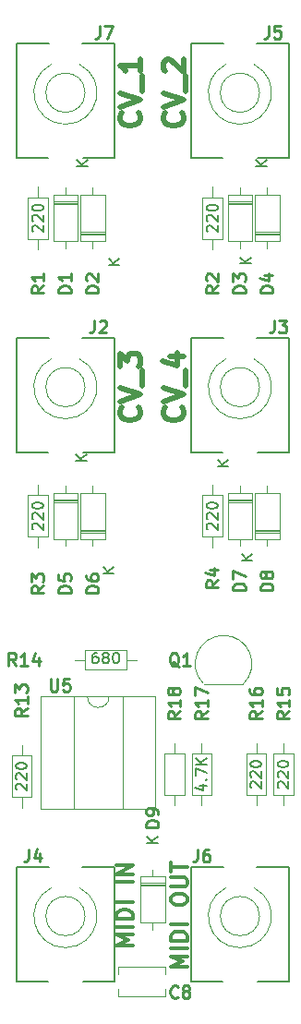
<source format=gto>
%TF.GenerationSoftware,KiCad,Pcbnew,(6.0.1)*%
%TF.CreationDate,2022-10-24T18:55:48-04:00*%
%TF.ProjectId,ER-MIDI-VC4-01_CTLS,45522d4d-4944-4492-9d56-43342d30315f,1*%
%TF.SameCoordinates,Original*%
%TF.FileFunction,Legend,Top*%
%TF.FilePolarity,Positive*%
%FSLAX46Y46*%
G04 Gerber Fmt 4.6, Leading zero omitted, Abs format (unit mm)*
G04 Created by KiCad (PCBNEW (6.0.1)) date 2022-10-24 18:55:48*
%MOMM*%
%LPD*%
G01*
G04 APERTURE LIST*
%ADD10C,0.469900*%
%ADD11C,0.375000*%
%ADD12C,0.476250*%
%ADD13C,0.285750*%
%ADD14C,0.150000*%
%ADD15C,0.120000*%
%ADD16C,0.200000*%
G04 APERTURE END LIST*
D10*
X77671285Y-76859642D02*
X77760790Y-76950357D01*
X77850295Y-77222500D01*
X77850295Y-77403928D01*
X77760790Y-77676071D01*
X77581780Y-77857500D01*
X77402771Y-77948214D01*
X77044752Y-78038928D01*
X76776238Y-78038928D01*
X76418219Y-77948214D01*
X76239209Y-77857500D01*
X76060200Y-77676071D01*
X75970695Y-77403928D01*
X75970695Y-77222500D01*
X76060200Y-76950357D01*
X76149704Y-76859642D01*
X75970695Y-76315357D02*
X77850295Y-75680357D01*
X75970695Y-75045357D01*
X78029304Y-74863928D02*
X78029304Y-73412500D01*
X75970695Y-73140357D02*
X75970695Y-71961071D01*
X76686733Y-72596071D01*
X76686733Y-72323928D01*
X76776238Y-72142500D01*
X76865742Y-72051785D01*
X77044752Y-71961071D01*
X77492276Y-71961071D01*
X77671285Y-72051785D01*
X77760790Y-72142500D01*
X77850295Y-72323928D01*
X77850295Y-72868214D01*
X77760790Y-73049642D01*
X77671285Y-73140357D01*
X77671285Y-49859642D02*
X77760790Y-49950357D01*
X77850295Y-50222500D01*
X77850295Y-50403928D01*
X77760790Y-50676071D01*
X77581780Y-50857500D01*
X77402771Y-50948214D01*
X77044752Y-51038928D01*
X76776238Y-51038928D01*
X76418219Y-50948214D01*
X76239209Y-50857500D01*
X76060200Y-50676071D01*
X75970695Y-50403928D01*
X75970695Y-50222500D01*
X76060200Y-49950357D01*
X76149704Y-49859642D01*
X75970695Y-49315357D02*
X77850295Y-48680357D01*
X75970695Y-48045357D01*
X78029304Y-47863928D02*
X78029304Y-46412500D01*
X77850295Y-44961071D02*
X77850295Y-46049642D01*
X77850295Y-45505357D02*
X75970695Y-45505357D01*
X76239209Y-45686785D01*
X76418219Y-45868214D01*
X76507723Y-46049642D01*
D11*
X82178571Y-128178571D02*
X80678571Y-128178571D01*
X81750000Y-127678571D01*
X80678571Y-127178571D01*
X82178571Y-127178571D01*
X82178571Y-126464285D02*
X80678571Y-126464285D01*
X82178571Y-125750000D02*
X80678571Y-125750000D01*
X80678571Y-125392857D01*
X80750000Y-125178571D01*
X80892857Y-125035714D01*
X81035714Y-124964285D01*
X81321428Y-124892857D01*
X81535714Y-124892857D01*
X81821428Y-124964285D01*
X81964285Y-125035714D01*
X82107142Y-125178571D01*
X82178571Y-125392857D01*
X82178571Y-125750000D01*
X82178571Y-124250000D02*
X80678571Y-124250000D01*
X80678571Y-122107142D02*
X80678571Y-121821428D01*
X80750000Y-121678571D01*
X80892857Y-121535714D01*
X81178571Y-121464285D01*
X81678571Y-121464285D01*
X81964285Y-121535714D01*
X82107142Y-121678571D01*
X82178571Y-121821428D01*
X82178571Y-122107142D01*
X82107142Y-122250000D01*
X81964285Y-122392857D01*
X81678571Y-122464285D01*
X81178571Y-122464285D01*
X80892857Y-122392857D01*
X80750000Y-122250000D01*
X80678571Y-122107142D01*
X80678571Y-120821428D02*
X81892857Y-120821428D01*
X82035714Y-120750000D01*
X82107142Y-120678571D01*
X82178571Y-120535714D01*
X82178571Y-120250000D01*
X82107142Y-120107142D01*
X82035714Y-120035714D01*
X81892857Y-119964285D01*
X80678571Y-119964285D01*
X80678571Y-119464285D02*
X80678571Y-118607142D01*
X82178571Y-119035714D02*
X80678571Y-119035714D01*
D12*
X81680357Y-76859642D02*
X81771071Y-76950357D01*
X81861785Y-77222500D01*
X81861785Y-77403928D01*
X81771071Y-77676071D01*
X81589642Y-77857500D01*
X81408214Y-77948214D01*
X81045357Y-78038928D01*
X80773214Y-78038928D01*
X80410357Y-77948214D01*
X80228928Y-77857500D01*
X80047500Y-77676071D01*
X79956785Y-77403928D01*
X79956785Y-77222500D01*
X80047500Y-76950357D01*
X80138214Y-76859642D01*
X79956785Y-76315357D02*
X81861785Y-75680357D01*
X79956785Y-75045357D01*
X82043214Y-74863928D02*
X82043214Y-73412500D01*
X80591785Y-72142500D02*
X81861785Y-72142500D01*
X79866071Y-72596071D02*
X81226785Y-73049642D01*
X81226785Y-71870357D01*
D10*
X81671285Y-49859642D02*
X81760790Y-49950357D01*
X81850295Y-50222500D01*
X81850295Y-50403928D01*
X81760790Y-50676071D01*
X81581780Y-50857500D01*
X81402771Y-50948214D01*
X81044752Y-51038928D01*
X80776238Y-51038928D01*
X80418219Y-50948214D01*
X80239209Y-50857500D01*
X80060200Y-50676071D01*
X79970695Y-50403928D01*
X79970695Y-50222500D01*
X80060200Y-49950357D01*
X80149704Y-49859642D01*
X79970695Y-49315357D02*
X81850295Y-48680357D01*
X79970695Y-48045357D01*
X82029304Y-47863928D02*
X82029304Y-46412500D01*
X80149704Y-46049642D02*
X80060200Y-45958928D01*
X79970695Y-45777500D01*
X79970695Y-45323928D01*
X80060200Y-45142500D01*
X80149704Y-45051785D01*
X80328714Y-44961071D01*
X80507723Y-44961071D01*
X80776238Y-45051785D01*
X81850295Y-46140357D01*
X81850295Y-44961071D01*
D11*
X77178571Y-126178571D02*
X75678571Y-126178571D01*
X76750000Y-125678571D01*
X75678571Y-125178571D01*
X77178571Y-125178571D01*
X77178571Y-124464285D02*
X75678571Y-124464285D01*
X77178571Y-123750000D02*
X75678571Y-123750000D01*
X75678571Y-123392857D01*
X75750000Y-123178571D01*
X75892857Y-123035714D01*
X76035714Y-122964285D01*
X76321428Y-122892857D01*
X76535714Y-122892857D01*
X76821428Y-122964285D01*
X76964285Y-123035714D01*
X77107142Y-123178571D01*
X77178571Y-123392857D01*
X77178571Y-123750000D01*
X77178571Y-122250000D02*
X75678571Y-122250000D01*
X77178571Y-120392857D02*
X75678571Y-120392857D01*
X77178571Y-119678571D02*
X75678571Y-119678571D01*
X77178571Y-118821428D01*
X75678571Y-118821428D01*
D13*
%TO.C,D8*%
X90017071Y-93622642D02*
X88874071Y-93622642D01*
X88874071Y-93350500D01*
X88928500Y-93187214D01*
X89037357Y-93078357D01*
X89146214Y-93023928D01*
X89363928Y-92969500D01*
X89527214Y-92969500D01*
X89744928Y-93023928D01*
X89853785Y-93078357D01*
X89962642Y-93187214D01*
X90017071Y-93350500D01*
X90017071Y-93622642D01*
X89363928Y-92316357D02*
X89309500Y-92425214D01*
X89255071Y-92479642D01*
X89146214Y-92534071D01*
X89091785Y-92534071D01*
X88982928Y-92479642D01*
X88928500Y-92425214D01*
X88874071Y-92316357D01*
X88874071Y-92098642D01*
X88928500Y-91989785D01*
X88982928Y-91935357D01*
X89091785Y-91880928D01*
X89146214Y-91880928D01*
X89255071Y-91935357D01*
X89309500Y-91989785D01*
X89363928Y-92098642D01*
X89363928Y-92316357D01*
X89418357Y-92425214D01*
X89472785Y-92479642D01*
X89581642Y-92534071D01*
X89799357Y-92534071D01*
X89908214Y-92479642D01*
X89962642Y-92425214D01*
X90017071Y-92316357D01*
X90017071Y-92098642D01*
X89962642Y-91989785D01*
X89908214Y-91935357D01*
X89799357Y-91880928D01*
X89581642Y-91880928D01*
X89472785Y-91935357D01*
X89418357Y-91989785D01*
X89363928Y-92098642D01*
D14*
X88152380Y-90881904D02*
X87152380Y-90881904D01*
X88152380Y-90310476D02*
X87580952Y-90739047D01*
X87152380Y-90310476D02*
X87723809Y-90881904D01*
D13*
%TO.C,D2*%
X74017071Y-66343642D02*
X72874071Y-66343642D01*
X72874071Y-66071500D01*
X72928500Y-65908214D01*
X73037357Y-65799357D01*
X73146214Y-65744928D01*
X73363928Y-65690500D01*
X73527214Y-65690500D01*
X73744928Y-65744928D01*
X73853785Y-65799357D01*
X73962642Y-65908214D01*
X74017071Y-66071500D01*
X74017071Y-66343642D01*
X72982928Y-65255071D02*
X72928500Y-65200642D01*
X72874071Y-65091785D01*
X72874071Y-64819642D01*
X72928500Y-64710785D01*
X72982928Y-64656357D01*
X73091785Y-64601928D01*
X73200642Y-64601928D01*
X73363928Y-64656357D01*
X74017071Y-65309500D01*
X74017071Y-64601928D01*
D14*
X75952380Y-63761904D02*
X74952380Y-63761904D01*
X75952380Y-63190476D02*
X75380952Y-63619047D01*
X74952380Y-63190476D02*
X75523809Y-63761904D01*
D13*
%TO.C,R2*%
X85017071Y-65690500D02*
X84472785Y-66071500D01*
X85017071Y-66343642D02*
X83874071Y-66343642D01*
X83874071Y-65908214D01*
X83928500Y-65799357D01*
X83982928Y-65744928D01*
X84091785Y-65690500D01*
X84255071Y-65690500D01*
X84363928Y-65744928D01*
X84418357Y-65799357D01*
X84472785Y-65908214D01*
X84472785Y-66343642D01*
X83982928Y-65255071D02*
X83928500Y-65200642D01*
X83874071Y-65091785D01*
X83874071Y-64819642D01*
X83928500Y-64710785D01*
X83982928Y-64656357D01*
X84091785Y-64601928D01*
X84200642Y-64601928D01*
X84363928Y-64656357D01*
X85017071Y-65309500D01*
X85017071Y-64601928D01*
D14*
X84047619Y-60738095D02*
X84000000Y-60690476D01*
X83952380Y-60595238D01*
X83952380Y-60357142D01*
X84000000Y-60261904D01*
X84047619Y-60214285D01*
X84142857Y-60166666D01*
X84238095Y-60166666D01*
X84380952Y-60214285D01*
X84952380Y-60785714D01*
X84952380Y-60166666D01*
X84047619Y-59785714D02*
X84000000Y-59738095D01*
X83952380Y-59642857D01*
X83952380Y-59404761D01*
X84000000Y-59309523D01*
X84047619Y-59261904D01*
X84142857Y-59214285D01*
X84238095Y-59214285D01*
X84380952Y-59261904D01*
X84952380Y-59833333D01*
X84952380Y-59214285D01*
X83952380Y-58595238D02*
X83952380Y-58500000D01*
X84000000Y-58404761D01*
X84047619Y-58357142D01*
X84142857Y-58309523D01*
X84333333Y-58261904D01*
X84571428Y-58261904D01*
X84761904Y-58309523D01*
X84857142Y-58357142D01*
X84904761Y-58404761D01*
X84952380Y-58500000D01*
X84952380Y-58595238D01*
X84904761Y-58690476D01*
X84857142Y-58738095D01*
X84761904Y-58785714D01*
X84571428Y-58833333D01*
X84333333Y-58833333D01*
X84142857Y-58785714D01*
X84047619Y-58738095D01*
X84000000Y-58690476D01*
X83952380Y-58595238D01*
D13*
%TO.C,C8*%
X81309500Y-130908214D02*
X81255071Y-130962642D01*
X81091785Y-131017071D01*
X80982928Y-131017071D01*
X80819642Y-130962642D01*
X80710785Y-130853785D01*
X80656357Y-130744928D01*
X80601928Y-130527214D01*
X80601928Y-130363928D01*
X80656357Y-130146214D01*
X80710785Y-130037357D01*
X80819642Y-129928500D01*
X80982928Y-129874071D01*
X81091785Y-129874071D01*
X81255071Y-129928500D01*
X81309500Y-129982928D01*
X81962642Y-130363928D02*
X81853785Y-130309500D01*
X81799357Y-130255071D01*
X81744928Y-130146214D01*
X81744928Y-130091785D01*
X81799357Y-129982928D01*
X81853785Y-129928500D01*
X81962642Y-129874071D01*
X82180357Y-129874071D01*
X82289214Y-129928500D01*
X82343642Y-129982928D01*
X82398071Y-130091785D01*
X82398071Y-130146214D01*
X82343642Y-130255071D01*
X82289214Y-130309500D01*
X82180357Y-130363928D01*
X81962642Y-130363928D01*
X81853785Y-130418357D01*
X81799357Y-130472785D01*
X81744928Y-130581642D01*
X81744928Y-130799357D01*
X81799357Y-130908214D01*
X81853785Y-130962642D01*
X81962642Y-131017071D01*
X82180357Y-131017071D01*
X82289214Y-130962642D01*
X82343642Y-130908214D01*
X82398071Y-130799357D01*
X82398071Y-130581642D01*
X82343642Y-130472785D01*
X82289214Y-130418357D01*
X82180357Y-130363928D01*
%TO.C,R4*%
X85017071Y-92690500D02*
X84472785Y-93071500D01*
X85017071Y-93343642D02*
X83874071Y-93343642D01*
X83874071Y-92908214D01*
X83928500Y-92799357D01*
X83982928Y-92744928D01*
X84091785Y-92690500D01*
X84255071Y-92690500D01*
X84363928Y-92744928D01*
X84418357Y-92799357D01*
X84472785Y-92908214D01*
X84472785Y-93343642D01*
X84255071Y-91710785D02*
X85017071Y-91710785D01*
X83819642Y-91982928D02*
X84636071Y-92255071D01*
X84636071Y-91547500D01*
D14*
X84047619Y-88048095D02*
X84000000Y-88000476D01*
X83952380Y-87905238D01*
X83952380Y-87667142D01*
X84000000Y-87571904D01*
X84047619Y-87524285D01*
X84142857Y-87476666D01*
X84238095Y-87476666D01*
X84380952Y-87524285D01*
X84952380Y-88095714D01*
X84952380Y-87476666D01*
X84047619Y-87095714D02*
X84000000Y-87048095D01*
X83952380Y-86952857D01*
X83952380Y-86714761D01*
X84000000Y-86619523D01*
X84047619Y-86571904D01*
X84142857Y-86524285D01*
X84238095Y-86524285D01*
X84380952Y-86571904D01*
X84952380Y-87143333D01*
X84952380Y-86524285D01*
X83952380Y-85905238D02*
X83952380Y-85810000D01*
X84000000Y-85714761D01*
X84047619Y-85667142D01*
X84142857Y-85619523D01*
X84333333Y-85571904D01*
X84571428Y-85571904D01*
X84761904Y-85619523D01*
X84857142Y-85667142D01*
X84904761Y-85714761D01*
X84952380Y-85810000D01*
X84952380Y-85905238D01*
X84904761Y-86000476D01*
X84857142Y-86048095D01*
X84761904Y-86095714D01*
X84571428Y-86143333D01*
X84333333Y-86143333D01*
X84142857Y-86095714D01*
X84047619Y-86048095D01*
X84000000Y-86000476D01*
X83952380Y-85905238D01*
D13*
%TO.C,R13*%
X67517071Y-104439785D02*
X66972785Y-104820785D01*
X67517071Y-105092928D02*
X66374071Y-105092928D01*
X66374071Y-104657500D01*
X66428500Y-104548642D01*
X66482928Y-104494214D01*
X66591785Y-104439785D01*
X66755071Y-104439785D01*
X66863928Y-104494214D01*
X66918357Y-104548642D01*
X66972785Y-104657500D01*
X66972785Y-105092928D01*
X67517071Y-103351214D02*
X67517071Y-104004357D01*
X67517071Y-103677785D02*
X66374071Y-103677785D01*
X66537357Y-103786642D01*
X66646214Y-103895500D01*
X66700642Y-104004357D01*
X66374071Y-102970214D02*
X66374071Y-102262642D01*
X66809500Y-102643642D01*
X66809500Y-102480357D01*
X66863928Y-102371500D01*
X66918357Y-102317071D01*
X67027214Y-102262642D01*
X67299357Y-102262642D01*
X67408214Y-102317071D01*
X67462642Y-102371500D01*
X67517071Y-102480357D01*
X67517071Y-102806928D01*
X67462642Y-102915785D01*
X67408214Y-102970214D01*
D14*
X66547619Y-111928095D02*
X66500000Y-111880476D01*
X66452380Y-111785238D01*
X66452380Y-111547142D01*
X66500000Y-111451904D01*
X66547619Y-111404285D01*
X66642857Y-111356666D01*
X66738095Y-111356666D01*
X66880952Y-111404285D01*
X67452380Y-111975714D01*
X67452380Y-111356666D01*
X66547619Y-110975714D02*
X66500000Y-110928095D01*
X66452380Y-110832857D01*
X66452380Y-110594761D01*
X66500000Y-110499523D01*
X66547619Y-110451904D01*
X66642857Y-110404285D01*
X66738095Y-110404285D01*
X66880952Y-110451904D01*
X67452380Y-111023333D01*
X67452380Y-110404285D01*
X66452380Y-109785238D02*
X66452380Y-109690000D01*
X66500000Y-109594761D01*
X66547619Y-109547142D01*
X66642857Y-109499523D01*
X66833333Y-109451904D01*
X67071428Y-109451904D01*
X67261904Y-109499523D01*
X67357142Y-109547142D01*
X67404761Y-109594761D01*
X67452380Y-109690000D01*
X67452380Y-109785238D01*
X67404761Y-109880476D01*
X67357142Y-109928095D01*
X67261904Y-109975714D01*
X67071428Y-110023333D01*
X66833333Y-110023333D01*
X66642857Y-109975714D01*
X66547619Y-109928095D01*
X66500000Y-109880476D01*
X66452380Y-109785238D01*
D13*
%TO.C,J3*%
X90119000Y-68874071D02*
X90119000Y-69690500D01*
X90064571Y-69853785D01*
X89955714Y-69962642D01*
X89792428Y-70017071D01*
X89683571Y-70017071D01*
X90554428Y-68874071D02*
X91262000Y-68874071D01*
X90881000Y-69309500D01*
X91044285Y-69309500D01*
X91153142Y-69363928D01*
X91207571Y-69418357D01*
X91262000Y-69527214D01*
X91262000Y-69799357D01*
X91207571Y-69908214D01*
X91153142Y-69962642D01*
X91044285Y-70017071D01*
X90717714Y-70017071D01*
X90608857Y-69962642D01*
X90554428Y-69908214D01*
%TO.C,U5*%
X69629142Y-101744071D02*
X69629142Y-102669357D01*
X69683571Y-102778214D01*
X69738000Y-102832642D01*
X69846857Y-102887071D01*
X70064571Y-102887071D01*
X70173428Y-102832642D01*
X70227857Y-102778214D01*
X70282285Y-102669357D01*
X70282285Y-101744071D01*
X71370857Y-101744071D02*
X70826571Y-101744071D01*
X70772142Y-102288357D01*
X70826571Y-102233928D01*
X70935428Y-102179500D01*
X71207571Y-102179500D01*
X71316428Y-102233928D01*
X71370857Y-102288357D01*
X71425285Y-102397214D01*
X71425285Y-102669357D01*
X71370857Y-102778214D01*
X71316428Y-102832642D01*
X71207571Y-102887071D01*
X70935428Y-102887071D01*
X70826571Y-102832642D01*
X70772142Y-102778214D01*
%TO.C,J5*%
X89619000Y-41874071D02*
X89619000Y-42690500D01*
X89564571Y-42853785D01*
X89455714Y-42962642D01*
X89292428Y-43017071D01*
X89183571Y-43017071D01*
X90707571Y-41874071D02*
X90163285Y-41874071D01*
X90108857Y-42418357D01*
X90163285Y-42363928D01*
X90272142Y-42309500D01*
X90544285Y-42309500D01*
X90653142Y-42363928D01*
X90707571Y-42418357D01*
X90762000Y-42527214D01*
X90762000Y-42799357D01*
X90707571Y-42908214D01*
X90653142Y-42962642D01*
X90544285Y-43017071D01*
X90272142Y-43017071D01*
X90163285Y-42962642D01*
X90108857Y-42908214D01*
%TO.C,D3*%
X87517071Y-66343642D02*
X86374071Y-66343642D01*
X86374071Y-66071500D01*
X86428500Y-65908214D01*
X86537357Y-65799357D01*
X86646214Y-65744928D01*
X86863928Y-65690500D01*
X87027214Y-65690500D01*
X87244928Y-65744928D01*
X87353785Y-65799357D01*
X87462642Y-65908214D01*
X87517071Y-66071500D01*
X87517071Y-66343642D01*
X86374071Y-65309500D02*
X86374071Y-64601928D01*
X86809500Y-64982928D01*
X86809500Y-64819642D01*
X86863928Y-64710785D01*
X86918357Y-64656357D01*
X87027214Y-64601928D01*
X87299357Y-64601928D01*
X87408214Y-64656357D01*
X87462642Y-64710785D01*
X87517071Y-64819642D01*
X87517071Y-65146214D01*
X87462642Y-65255071D01*
X87408214Y-65309500D01*
D14*
X89452380Y-54761904D02*
X88452380Y-54761904D01*
X89452380Y-54190476D02*
X88880952Y-54619047D01*
X88452380Y-54190476D02*
X89023809Y-54761904D01*
D13*
%TO.C,D9*%
X79517071Y-115343642D02*
X78374071Y-115343642D01*
X78374071Y-115071500D01*
X78428500Y-114908214D01*
X78537357Y-114799357D01*
X78646214Y-114744928D01*
X78863928Y-114690500D01*
X79027214Y-114690500D01*
X79244928Y-114744928D01*
X79353785Y-114799357D01*
X79462642Y-114908214D01*
X79517071Y-115071500D01*
X79517071Y-115343642D01*
X79517071Y-114146214D02*
X79517071Y-113928500D01*
X79462642Y-113819642D01*
X79408214Y-113765214D01*
X79244928Y-113656357D01*
X79027214Y-113601928D01*
X78591785Y-113601928D01*
X78482928Y-113656357D01*
X78428500Y-113710785D01*
X78374071Y-113819642D01*
X78374071Y-114037357D01*
X78428500Y-114146214D01*
X78482928Y-114200642D01*
X78591785Y-114255071D01*
X78863928Y-114255071D01*
X78972785Y-114200642D01*
X79027214Y-114146214D01*
X79081642Y-114037357D01*
X79081642Y-113819642D01*
X79027214Y-113710785D01*
X78972785Y-113656357D01*
X78863928Y-113601928D01*
D14*
X79452380Y-116761904D02*
X78452380Y-116761904D01*
X79452380Y-116190476D02*
X78880952Y-116619047D01*
X78452380Y-116190476D02*
X79023809Y-116761904D01*
D13*
%TO.C,R1*%
X69017071Y-65690500D02*
X68472785Y-66071500D01*
X69017071Y-66343642D02*
X67874071Y-66343642D01*
X67874071Y-65908214D01*
X67928500Y-65799357D01*
X67982928Y-65744928D01*
X68091785Y-65690500D01*
X68255071Y-65690500D01*
X68363928Y-65744928D01*
X68418357Y-65799357D01*
X68472785Y-65908214D01*
X68472785Y-66343642D01*
X69017071Y-64601928D02*
X69017071Y-65255071D01*
X69017071Y-64928500D02*
X67874071Y-64928500D01*
X68037357Y-65037357D01*
X68146214Y-65146214D01*
X68200642Y-65255071D01*
D14*
X68047619Y-60738095D02*
X68000000Y-60690476D01*
X67952380Y-60595238D01*
X67952380Y-60357142D01*
X68000000Y-60261904D01*
X68047619Y-60214285D01*
X68142857Y-60166666D01*
X68238095Y-60166666D01*
X68380952Y-60214285D01*
X68952380Y-60785714D01*
X68952380Y-60166666D01*
X68047619Y-59785714D02*
X68000000Y-59738095D01*
X67952380Y-59642857D01*
X67952380Y-59404761D01*
X68000000Y-59309523D01*
X68047619Y-59261904D01*
X68142857Y-59214285D01*
X68238095Y-59214285D01*
X68380952Y-59261904D01*
X68952380Y-59833333D01*
X68952380Y-59214285D01*
X67952380Y-58595238D02*
X67952380Y-58500000D01*
X68000000Y-58404761D01*
X68047619Y-58357142D01*
X68142857Y-58309523D01*
X68333333Y-58261904D01*
X68571428Y-58261904D01*
X68761904Y-58309523D01*
X68857142Y-58357142D01*
X68904761Y-58404761D01*
X68952380Y-58500000D01*
X68952380Y-58595238D01*
X68904761Y-58690476D01*
X68857142Y-58738095D01*
X68761904Y-58785714D01*
X68571428Y-58833333D01*
X68333333Y-58833333D01*
X68142857Y-58785714D01*
X68047619Y-58738095D01*
X68000000Y-58690476D01*
X67952380Y-58595238D01*
D13*
%TO.C,D1*%
X71517071Y-66343642D02*
X70374071Y-66343642D01*
X70374071Y-66071500D01*
X70428500Y-65908214D01*
X70537357Y-65799357D01*
X70646214Y-65744928D01*
X70863928Y-65690500D01*
X71027214Y-65690500D01*
X71244928Y-65744928D01*
X71353785Y-65799357D01*
X71462642Y-65908214D01*
X71517071Y-66071500D01*
X71517071Y-66343642D01*
X71517071Y-64601928D02*
X71517071Y-65255071D01*
X71517071Y-64928500D02*
X70374071Y-64928500D01*
X70537357Y-65037357D01*
X70646214Y-65146214D01*
X70700642Y-65255071D01*
D14*
X73052380Y-54761904D02*
X72052380Y-54761904D01*
X73052380Y-54190476D02*
X72480952Y-54619047D01*
X72052380Y-54190476D02*
X72623809Y-54761904D01*
D13*
%TO.C,D7*%
X87517071Y-93622642D02*
X86374071Y-93622642D01*
X86374071Y-93350500D01*
X86428500Y-93187214D01*
X86537357Y-93078357D01*
X86646214Y-93023928D01*
X86863928Y-92969500D01*
X87027214Y-92969500D01*
X87244928Y-93023928D01*
X87353785Y-93078357D01*
X87462642Y-93187214D01*
X87517071Y-93350500D01*
X87517071Y-93622642D01*
X86374071Y-92588500D02*
X86374071Y-91826500D01*
X87517071Y-92316357D01*
D14*
X85952380Y-82261904D02*
X84952380Y-82261904D01*
X85952380Y-81690476D02*
X85380952Y-82119047D01*
X84952380Y-81690476D02*
X85523809Y-82261904D01*
D13*
%TO.C,D6*%
X74017071Y-93843642D02*
X72874071Y-93843642D01*
X72874071Y-93571500D01*
X72928500Y-93408214D01*
X73037357Y-93299357D01*
X73146214Y-93244928D01*
X73363928Y-93190500D01*
X73527214Y-93190500D01*
X73744928Y-93244928D01*
X73853785Y-93299357D01*
X73962642Y-93408214D01*
X74017071Y-93571500D01*
X74017071Y-93843642D01*
X72874071Y-92210785D02*
X72874071Y-92428500D01*
X72928500Y-92537357D01*
X72982928Y-92591785D01*
X73146214Y-92700642D01*
X73363928Y-92755071D01*
X73799357Y-92755071D01*
X73908214Y-92700642D01*
X73962642Y-92646214D01*
X74017071Y-92537357D01*
X74017071Y-92319642D01*
X73962642Y-92210785D01*
X73908214Y-92156357D01*
X73799357Y-92101928D01*
X73527214Y-92101928D01*
X73418357Y-92156357D01*
X73363928Y-92210785D01*
X73309500Y-92319642D01*
X73309500Y-92537357D01*
X73363928Y-92646214D01*
X73418357Y-92700642D01*
X73527214Y-92755071D01*
D14*
X75452380Y-92071904D02*
X74452380Y-92071904D01*
X75452380Y-91500476D02*
X74880952Y-91929047D01*
X74452380Y-91500476D02*
X75023809Y-92071904D01*
D13*
%TO.C,J6*%
X83119000Y-117374071D02*
X83119000Y-118190500D01*
X83064571Y-118353785D01*
X82955714Y-118462642D01*
X82792428Y-118517071D01*
X82683571Y-118517071D01*
X84153142Y-117374071D02*
X83935428Y-117374071D01*
X83826571Y-117428500D01*
X83772142Y-117482928D01*
X83663285Y-117646214D01*
X83608857Y-117863928D01*
X83608857Y-118299357D01*
X83663285Y-118408214D01*
X83717714Y-118462642D01*
X83826571Y-118517071D01*
X84044285Y-118517071D01*
X84153142Y-118462642D01*
X84207571Y-118408214D01*
X84262000Y-118299357D01*
X84262000Y-118027214D01*
X84207571Y-117918357D01*
X84153142Y-117863928D01*
X84044285Y-117809500D01*
X83826571Y-117809500D01*
X83717714Y-117863928D01*
X83663285Y-117918357D01*
X83608857Y-118027214D01*
%TO.C,R3*%
X69017071Y-93190500D02*
X68472785Y-93571500D01*
X69017071Y-93843642D02*
X67874071Y-93843642D01*
X67874071Y-93408214D01*
X67928500Y-93299357D01*
X67982928Y-93244928D01*
X68091785Y-93190500D01*
X68255071Y-93190500D01*
X68363928Y-93244928D01*
X68418357Y-93299357D01*
X68472785Y-93408214D01*
X68472785Y-93843642D01*
X67874071Y-92809500D02*
X67874071Y-92101928D01*
X68309500Y-92482928D01*
X68309500Y-92319642D01*
X68363928Y-92210785D01*
X68418357Y-92156357D01*
X68527214Y-92101928D01*
X68799357Y-92101928D01*
X68908214Y-92156357D01*
X68962642Y-92210785D01*
X69017071Y-92319642D01*
X69017071Y-92646214D01*
X68962642Y-92755071D01*
X68908214Y-92809500D01*
D14*
X68047619Y-88048095D02*
X68000000Y-88000476D01*
X67952380Y-87905238D01*
X67952380Y-87667142D01*
X68000000Y-87571904D01*
X68047619Y-87524285D01*
X68142857Y-87476666D01*
X68238095Y-87476666D01*
X68380952Y-87524285D01*
X68952380Y-88095714D01*
X68952380Y-87476666D01*
X68047619Y-87095714D02*
X68000000Y-87048095D01*
X67952380Y-86952857D01*
X67952380Y-86714761D01*
X68000000Y-86619523D01*
X68047619Y-86571904D01*
X68142857Y-86524285D01*
X68238095Y-86524285D01*
X68380952Y-86571904D01*
X68952380Y-87143333D01*
X68952380Y-86524285D01*
X67952380Y-85905238D02*
X67952380Y-85810000D01*
X68000000Y-85714761D01*
X68047619Y-85667142D01*
X68142857Y-85619523D01*
X68333333Y-85571904D01*
X68571428Y-85571904D01*
X68761904Y-85619523D01*
X68857142Y-85667142D01*
X68904761Y-85714761D01*
X68952380Y-85810000D01*
X68952380Y-85905238D01*
X68904761Y-86000476D01*
X68857142Y-86048095D01*
X68761904Y-86095714D01*
X68571428Y-86143333D01*
X68333333Y-86143333D01*
X68142857Y-86095714D01*
X68047619Y-86048095D01*
X68000000Y-86000476D01*
X67952380Y-85905238D01*
D13*
%TO.C,D4*%
X90017071Y-66343642D02*
X88874071Y-66343642D01*
X88874071Y-66071500D01*
X88928500Y-65908214D01*
X89037357Y-65799357D01*
X89146214Y-65744928D01*
X89363928Y-65690500D01*
X89527214Y-65690500D01*
X89744928Y-65744928D01*
X89853785Y-65799357D01*
X89962642Y-65908214D01*
X90017071Y-66071500D01*
X90017071Y-66343642D01*
X89255071Y-64710785D02*
X90017071Y-64710785D01*
X88819642Y-64982928D02*
X89636071Y-65255071D01*
X89636071Y-64547500D01*
D14*
X88047380Y-63666904D02*
X87047380Y-63666904D01*
X88047380Y-63095476D02*
X87475952Y-63524047D01*
X87047380Y-63095476D02*
X87618809Y-63666904D01*
D13*
%TO.C,R16*%
X89017071Y-104734785D02*
X88472785Y-105115785D01*
X89017071Y-105387928D02*
X87874071Y-105387928D01*
X87874071Y-104952500D01*
X87928500Y-104843642D01*
X87982928Y-104789214D01*
X88091785Y-104734785D01*
X88255071Y-104734785D01*
X88363928Y-104789214D01*
X88418357Y-104843642D01*
X88472785Y-104952500D01*
X88472785Y-105387928D01*
X89017071Y-103646214D02*
X89017071Y-104299357D01*
X89017071Y-103972785D02*
X87874071Y-103972785D01*
X88037357Y-104081642D01*
X88146214Y-104190500D01*
X88200642Y-104299357D01*
X87874071Y-102666500D02*
X87874071Y-102884214D01*
X87928500Y-102993071D01*
X87982928Y-103047500D01*
X88146214Y-103156357D01*
X88363928Y-103210785D01*
X88799357Y-103210785D01*
X88908214Y-103156357D01*
X88962642Y-103101928D01*
X89017071Y-102993071D01*
X89017071Y-102775357D01*
X88962642Y-102666500D01*
X88908214Y-102612071D01*
X88799357Y-102557642D01*
X88527214Y-102557642D01*
X88418357Y-102612071D01*
X88363928Y-102666500D01*
X88309500Y-102775357D01*
X88309500Y-102993071D01*
X88363928Y-103101928D01*
X88418357Y-103156357D01*
X88527214Y-103210785D01*
D14*
X88047619Y-111738095D02*
X88000000Y-111690476D01*
X87952380Y-111595238D01*
X87952380Y-111357142D01*
X88000000Y-111261904D01*
X88047619Y-111214285D01*
X88142857Y-111166666D01*
X88238095Y-111166666D01*
X88380952Y-111214285D01*
X88952380Y-111785714D01*
X88952380Y-111166666D01*
X88047619Y-110785714D02*
X88000000Y-110738095D01*
X87952380Y-110642857D01*
X87952380Y-110404761D01*
X88000000Y-110309523D01*
X88047619Y-110261904D01*
X88142857Y-110214285D01*
X88238095Y-110214285D01*
X88380952Y-110261904D01*
X88952380Y-110833333D01*
X88952380Y-110214285D01*
X87952380Y-109595238D02*
X87952380Y-109500000D01*
X88000000Y-109404761D01*
X88047619Y-109357142D01*
X88142857Y-109309523D01*
X88333333Y-109261904D01*
X88571428Y-109261904D01*
X88761904Y-109309523D01*
X88857142Y-109357142D01*
X88904761Y-109404761D01*
X88952380Y-109500000D01*
X88952380Y-109595238D01*
X88904761Y-109690476D01*
X88857142Y-109738095D01*
X88761904Y-109785714D01*
X88571428Y-109833333D01*
X88333333Y-109833333D01*
X88142857Y-109785714D01*
X88047619Y-109738095D01*
X88000000Y-109690476D01*
X87952380Y-109595238D01*
D13*
%TO.C,Q1*%
X81391142Y-100625928D02*
X81282285Y-100571500D01*
X81173428Y-100462642D01*
X81010142Y-100299357D01*
X80901285Y-100244928D01*
X80792428Y-100244928D01*
X80846857Y-100517071D02*
X80738000Y-100462642D01*
X80629142Y-100353785D01*
X80574714Y-100136071D01*
X80574714Y-99755071D01*
X80629142Y-99537357D01*
X80738000Y-99428500D01*
X80846857Y-99374071D01*
X81064571Y-99374071D01*
X81173428Y-99428500D01*
X81282285Y-99537357D01*
X81336714Y-99755071D01*
X81336714Y-100136071D01*
X81282285Y-100353785D01*
X81173428Y-100462642D01*
X81064571Y-100517071D01*
X80846857Y-100517071D01*
X82425285Y-100517071D02*
X81772142Y-100517071D01*
X82098714Y-100517071D02*
X82098714Y-99374071D01*
X81989857Y-99537357D01*
X81881000Y-99646214D01*
X81772142Y-99700642D01*
%TO.C,D5*%
X71517071Y-93843642D02*
X70374071Y-93843642D01*
X70374071Y-93571500D01*
X70428500Y-93408214D01*
X70537357Y-93299357D01*
X70646214Y-93244928D01*
X70863928Y-93190500D01*
X71027214Y-93190500D01*
X71244928Y-93244928D01*
X71353785Y-93299357D01*
X71462642Y-93408214D01*
X71517071Y-93571500D01*
X71517071Y-93843642D01*
X70374071Y-92156357D02*
X70374071Y-92700642D01*
X70918357Y-92755071D01*
X70863928Y-92700642D01*
X70809500Y-92591785D01*
X70809500Y-92319642D01*
X70863928Y-92210785D01*
X70918357Y-92156357D01*
X71027214Y-92101928D01*
X71299357Y-92101928D01*
X71408214Y-92156357D01*
X71462642Y-92210785D01*
X71517071Y-92319642D01*
X71517071Y-92591785D01*
X71462642Y-92700642D01*
X71408214Y-92755071D01*
D14*
X72952380Y-81761904D02*
X71952380Y-81761904D01*
X72952380Y-81190476D02*
X72380952Y-81619047D01*
X71952380Y-81190476D02*
X72523809Y-81761904D01*
D13*
%TO.C,R14*%
X66455214Y-100517071D02*
X66074214Y-99972785D01*
X65802071Y-100517071D02*
X65802071Y-99374071D01*
X66237500Y-99374071D01*
X66346357Y-99428500D01*
X66400785Y-99482928D01*
X66455214Y-99591785D01*
X66455214Y-99755071D01*
X66400785Y-99863928D01*
X66346357Y-99918357D01*
X66237500Y-99972785D01*
X65802071Y-99972785D01*
X67543785Y-100517071D02*
X66890642Y-100517071D01*
X67217214Y-100517071D02*
X67217214Y-99374071D01*
X67108357Y-99537357D01*
X66999500Y-99646214D01*
X66890642Y-99700642D01*
X68523500Y-99755071D02*
X68523500Y-100517071D01*
X68251357Y-99319642D02*
X67979214Y-100136071D01*
X68686785Y-100136071D01*
D14*
X73928095Y-99325380D02*
X73737619Y-99325380D01*
X73642380Y-99373000D01*
X73594761Y-99420619D01*
X73499523Y-99563476D01*
X73451904Y-99753952D01*
X73451904Y-100134904D01*
X73499523Y-100230142D01*
X73547142Y-100277761D01*
X73642380Y-100325380D01*
X73832857Y-100325380D01*
X73928095Y-100277761D01*
X73975714Y-100230142D01*
X74023333Y-100134904D01*
X74023333Y-99896809D01*
X73975714Y-99801571D01*
X73928095Y-99753952D01*
X73832857Y-99706333D01*
X73642380Y-99706333D01*
X73547142Y-99753952D01*
X73499523Y-99801571D01*
X73451904Y-99896809D01*
X74594761Y-99753952D02*
X74499523Y-99706333D01*
X74451904Y-99658714D01*
X74404285Y-99563476D01*
X74404285Y-99515857D01*
X74451904Y-99420619D01*
X74499523Y-99373000D01*
X74594761Y-99325380D01*
X74785238Y-99325380D01*
X74880476Y-99373000D01*
X74928095Y-99420619D01*
X74975714Y-99515857D01*
X74975714Y-99563476D01*
X74928095Y-99658714D01*
X74880476Y-99706333D01*
X74785238Y-99753952D01*
X74594761Y-99753952D01*
X74499523Y-99801571D01*
X74451904Y-99849190D01*
X74404285Y-99944428D01*
X74404285Y-100134904D01*
X74451904Y-100230142D01*
X74499523Y-100277761D01*
X74594761Y-100325380D01*
X74785238Y-100325380D01*
X74880476Y-100277761D01*
X74928095Y-100230142D01*
X74975714Y-100134904D01*
X74975714Y-99944428D01*
X74928095Y-99849190D01*
X74880476Y-99801571D01*
X74785238Y-99753952D01*
X75594761Y-99325380D02*
X75690000Y-99325380D01*
X75785238Y-99373000D01*
X75832857Y-99420619D01*
X75880476Y-99515857D01*
X75928095Y-99706333D01*
X75928095Y-99944428D01*
X75880476Y-100134904D01*
X75832857Y-100230142D01*
X75785238Y-100277761D01*
X75690000Y-100325380D01*
X75594761Y-100325380D01*
X75499523Y-100277761D01*
X75451904Y-100230142D01*
X75404285Y-100134904D01*
X75356666Y-99944428D01*
X75356666Y-99706333D01*
X75404285Y-99515857D01*
X75451904Y-99420619D01*
X75499523Y-99373000D01*
X75594761Y-99325380D01*
D13*
%TO.C,J4*%
X67619000Y-117374071D02*
X67619000Y-118190500D01*
X67564571Y-118353785D01*
X67455714Y-118462642D01*
X67292428Y-118517071D01*
X67183571Y-118517071D01*
X68653142Y-117755071D02*
X68653142Y-118517071D01*
X68381000Y-117319642D02*
X68108857Y-118136071D01*
X68816428Y-118136071D01*
%TO.C,R15*%
X91517071Y-104734785D02*
X90972785Y-105115785D01*
X91517071Y-105387928D02*
X90374071Y-105387928D01*
X90374071Y-104952500D01*
X90428500Y-104843642D01*
X90482928Y-104789214D01*
X90591785Y-104734785D01*
X90755071Y-104734785D01*
X90863928Y-104789214D01*
X90918357Y-104843642D01*
X90972785Y-104952500D01*
X90972785Y-105387928D01*
X91517071Y-103646214D02*
X91517071Y-104299357D01*
X91517071Y-103972785D02*
X90374071Y-103972785D01*
X90537357Y-104081642D01*
X90646214Y-104190500D01*
X90700642Y-104299357D01*
X90374071Y-102612071D02*
X90374071Y-103156357D01*
X90918357Y-103210785D01*
X90863928Y-103156357D01*
X90809500Y-103047500D01*
X90809500Y-102775357D01*
X90863928Y-102666500D01*
X90918357Y-102612071D01*
X91027214Y-102557642D01*
X91299357Y-102557642D01*
X91408214Y-102612071D01*
X91462642Y-102666500D01*
X91517071Y-102775357D01*
X91517071Y-103047500D01*
X91462642Y-103156357D01*
X91408214Y-103210785D01*
D14*
X90547619Y-111738095D02*
X90500000Y-111690476D01*
X90452380Y-111595238D01*
X90452380Y-111357142D01*
X90500000Y-111261904D01*
X90547619Y-111214285D01*
X90642857Y-111166666D01*
X90738095Y-111166666D01*
X90880952Y-111214285D01*
X91452380Y-111785714D01*
X91452380Y-111166666D01*
X90547619Y-110785714D02*
X90500000Y-110738095D01*
X90452380Y-110642857D01*
X90452380Y-110404761D01*
X90500000Y-110309523D01*
X90547619Y-110261904D01*
X90642857Y-110214285D01*
X90738095Y-110214285D01*
X90880952Y-110261904D01*
X91452380Y-110833333D01*
X91452380Y-110214285D01*
X90452380Y-109595238D02*
X90452380Y-109500000D01*
X90500000Y-109404761D01*
X90547619Y-109357142D01*
X90642857Y-109309523D01*
X90833333Y-109261904D01*
X91071428Y-109261904D01*
X91261904Y-109309523D01*
X91357142Y-109357142D01*
X91404761Y-109404761D01*
X91452380Y-109500000D01*
X91452380Y-109595238D01*
X91404761Y-109690476D01*
X91357142Y-109738095D01*
X91261904Y-109785714D01*
X91071428Y-109833333D01*
X90833333Y-109833333D01*
X90642857Y-109785714D01*
X90547619Y-109738095D01*
X90500000Y-109690476D01*
X90452380Y-109595238D01*
D13*
%TO.C,J2*%
X73619000Y-68874071D02*
X73619000Y-69690500D01*
X73564571Y-69853785D01*
X73455714Y-69962642D01*
X73292428Y-70017071D01*
X73183571Y-70017071D01*
X74108857Y-68982928D02*
X74163285Y-68928500D01*
X74272142Y-68874071D01*
X74544285Y-68874071D01*
X74653142Y-68928500D01*
X74707571Y-68982928D01*
X74762000Y-69091785D01*
X74762000Y-69200642D01*
X74707571Y-69363928D01*
X74054428Y-70017071D01*
X74762000Y-70017071D01*
%TO.C,R18*%
X81517071Y-104734785D02*
X80972785Y-105115785D01*
X81517071Y-105387928D02*
X80374071Y-105387928D01*
X80374071Y-104952500D01*
X80428500Y-104843642D01*
X80482928Y-104789214D01*
X80591785Y-104734785D01*
X80755071Y-104734785D01*
X80863928Y-104789214D01*
X80918357Y-104843642D01*
X80972785Y-104952500D01*
X80972785Y-105387928D01*
X81517071Y-103646214D02*
X81517071Y-104299357D01*
X81517071Y-103972785D02*
X80374071Y-103972785D01*
X80537357Y-104081642D01*
X80646214Y-104190500D01*
X80700642Y-104299357D01*
X80863928Y-102993071D02*
X80809500Y-103101928D01*
X80755071Y-103156357D01*
X80646214Y-103210785D01*
X80591785Y-103210785D01*
X80482928Y-103156357D01*
X80428500Y-103101928D01*
X80374071Y-102993071D01*
X80374071Y-102775357D01*
X80428500Y-102666500D01*
X80482928Y-102612071D01*
X80591785Y-102557642D01*
X80646214Y-102557642D01*
X80755071Y-102612071D01*
X80809500Y-102666500D01*
X80863928Y-102775357D01*
X80863928Y-102993071D01*
X80918357Y-103101928D01*
X80972785Y-103156357D01*
X81081642Y-103210785D01*
X81299357Y-103210785D01*
X81408214Y-103156357D01*
X81462642Y-103101928D01*
X81517071Y-102993071D01*
X81517071Y-102775357D01*
X81462642Y-102666500D01*
X81408214Y-102612071D01*
X81299357Y-102557642D01*
X81081642Y-102557642D01*
X80972785Y-102612071D01*
X80918357Y-102666500D01*
X80863928Y-102775357D01*
%TO.C,J7*%
X74119000Y-41874071D02*
X74119000Y-42690500D01*
X74064571Y-42853785D01*
X73955714Y-42962642D01*
X73792428Y-43017071D01*
X73683571Y-43017071D01*
X74554428Y-41874071D02*
X75316428Y-41874071D01*
X74826571Y-43017071D01*
%TO.C,R17*%
X84017071Y-104734785D02*
X83472785Y-105115785D01*
X84017071Y-105387928D02*
X82874071Y-105387928D01*
X82874071Y-104952500D01*
X82928500Y-104843642D01*
X82982928Y-104789214D01*
X83091785Y-104734785D01*
X83255071Y-104734785D01*
X83363928Y-104789214D01*
X83418357Y-104843642D01*
X83472785Y-104952500D01*
X83472785Y-105387928D01*
X84017071Y-103646214D02*
X84017071Y-104299357D01*
X84017071Y-103972785D02*
X82874071Y-103972785D01*
X83037357Y-104081642D01*
X83146214Y-104190500D01*
X83200642Y-104299357D01*
X82874071Y-103265214D02*
X82874071Y-102503214D01*
X84017071Y-102993071D01*
D14*
X83285714Y-111523809D02*
X83952380Y-111523809D01*
X82904761Y-111761904D02*
X83619047Y-112000000D01*
X83619047Y-111380952D01*
X83857142Y-111000000D02*
X83904761Y-110952380D01*
X83952380Y-111000000D01*
X83904761Y-111047619D01*
X83857142Y-111000000D01*
X83952380Y-111000000D01*
X82952380Y-110619047D02*
X82952380Y-109952380D01*
X83952380Y-110380952D01*
X83952380Y-109571428D02*
X82952380Y-109571428D01*
X83952380Y-109000000D02*
X83380952Y-109428571D01*
X82952380Y-109000000D02*
X83523809Y-109571428D01*
D15*
%TO.C,D8*%
X89500000Y-89580000D02*
X89500000Y-88930000D01*
X89500000Y-84040000D02*
X89500000Y-84690000D01*
X88380000Y-88090000D02*
X90620000Y-88090000D01*
X90620000Y-88930000D02*
X90620000Y-84690000D01*
X88380000Y-84690000D02*
X88380000Y-88930000D01*
X90620000Y-84690000D02*
X88380000Y-84690000D01*
X88380000Y-88210000D02*
X90620000Y-88210000D01*
X88380000Y-88330000D02*
X90620000Y-88330000D01*
X88380000Y-88930000D02*
X90620000Y-88930000D01*
%TO.C,D2*%
X74620000Y-61620000D02*
X74620000Y-57380000D01*
X73500000Y-62270000D02*
X73500000Y-61620000D01*
X72380000Y-60780000D02*
X74620000Y-60780000D01*
X72380000Y-57380000D02*
X72380000Y-61620000D01*
X72380000Y-61020000D02*
X74620000Y-61020000D01*
X72380000Y-61620000D02*
X74620000Y-61620000D01*
X74620000Y-57380000D02*
X72380000Y-57380000D01*
X72380000Y-60900000D02*
X74620000Y-60900000D01*
X73500000Y-56730000D02*
X73500000Y-57380000D01*
%TO.C,R2*%
X85420000Y-61420000D02*
X85420000Y-57580000D01*
X84500000Y-62370000D02*
X84500000Y-61420000D01*
X84500000Y-56630000D02*
X84500000Y-57580000D01*
X85420000Y-57580000D02*
X83580000Y-57580000D01*
X83580000Y-61420000D02*
X85420000Y-61420000D01*
X83580000Y-57580000D02*
X83580000Y-61420000D01*
%TO.C,C8*%
X75880000Y-128130000D02*
X80120000Y-128130000D01*
X75880000Y-130870000D02*
X80120000Y-130870000D01*
X75880000Y-128130000D02*
X75880000Y-128835000D01*
X80120000Y-128130000D02*
X80120000Y-128835000D01*
X75880000Y-130165000D02*
X75880000Y-130870000D01*
X80120000Y-130165000D02*
X80120000Y-130870000D01*
%TO.C,R4*%
X85420000Y-88730000D02*
X85420000Y-84890000D01*
X84500000Y-83940000D02*
X84500000Y-84890000D01*
X83580000Y-88730000D02*
X85420000Y-88730000D01*
X83580000Y-84890000D02*
X83580000Y-88730000D01*
X85420000Y-84890000D02*
X83580000Y-84890000D01*
X84500000Y-89680000D02*
X84500000Y-88730000D01*
%TO.C,R13*%
X67920000Y-108770000D02*
X66080000Y-108770000D01*
X66080000Y-108770000D02*
X66080000Y-112610000D01*
X66080000Y-112610000D02*
X67920000Y-112610000D01*
X67000000Y-107820000D02*
X67000000Y-108770000D01*
X67000000Y-113560000D02*
X67000000Y-112610000D01*
X67920000Y-112610000D02*
X67920000Y-108770000D01*
D16*
%TO.C,J3*%
X91500000Y-70500000D02*
X88500000Y-70500000D01*
X85400000Y-81000000D02*
X82500000Y-81000000D01*
X82500000Y-70500000D02*
X82500000Y-81000000D01*
X85500000Y-70500000D02*
X82500000Y-70500000D01*
X91500000Y-70500000D02*
X91500000Y-81000000D01*
X91500000Y-81000000D02*
X88600000Y-81000000D01*
D15*
X87000000Y-77895001D02*
G75*
G03*
X88296263Y-72411423I0J2895001D01*
G01*
X85703737Y-72411424D02*
G75*
G03*
X87000000Y-77895000I1296263J-2588576D01*
G01*
X88800000Y-75000000D02*
G75*
G03*
X88800000Y-75000000I-1800000J0D01*
G01*
%TO.C,U5*%
X73010000Y-103370000D02*
X71760000Y-103370000D01*
X68760000Y-103310000D02*
X68760000Y-113710000D01*
X71760000Y-103370000D02*
X71760000Y-113650000D01*
X71760000Y-113650000D02*
X76260000Y-113650000D01*
X79260000Y-103310000D02*
X68760000Y-103310000D01*
X76260000Y-113650000D02*
X76260000Y-103370000D01*
X76260000Y-103370000D02*
X75010000Y-103370000D01*
X68760000Y-113710000D02*
X79260000Y-113710000D01*
X79260000Y-113710000D02*
X79260000Y-103310000D01*
X73010000Y-103370000D02*
G75*
G03*
X75010000Y-103370000I1000000J0D01*
G01*
D16*
%TO.C,J5*%
X82500000Y-43500000D02*
X82500000Y-54000000D01*
X85500000Y-43500000D02*
X82500000Y-43500000D01*
X91500000Y-54000000D02*
X88600000Y-54000000D01*
X91500000Y-43500000D02*
X88500000Y-43500000D01*
X85400000Y-54000000D02*
X82500000Y-54000000D01*
X91500000Y-43500000D02*
X91500000Y-54000000D01*
D15*
X87000000Y-50895001D02*
G75*
G03*
X88296263Y-45411423I0J2895001D01*
G01*
X85703737Y-45411424D02*
G75*
G03*
X87000000Y-50895000I1296263J-2588576D01*
G01*
X88800000Y-48000000D02*
G75*
G03*
X88800000Y-48000000I-1800000J0D01*
G01*
%TO.C,D3*%
X88120000Y-58220000D02*
X85880000Y-58220000D01*
X85880000Y-61620000D02*
X88120000Y-61620000D01*
X88120000Y-58100000D02*
X85880000Y-58100000D01*
X88120000Y-57380000D02*
X85880000Y-57380000D01*
X87000000Y-62270000D02*
X87000000Y-61620000D01*
X88120000Y-61620000D02*
X88120000Y-57380000D01*
X87000000Y-56730000D02*
X87000000Y-57380000D01*
X88120000Y-57980000D02*
X85880000Y-57980000D01*
X85880000Y-57380000D02*
X85880000Y-61620000D01*
%TO.C,D9*%
X77880000Y-119880000D02*
X77880000Y-124120000D01*
X80120000Y-120480000D02*
X77880000Y-120480000D01*
X80120000Y-120720000D02*
X77880000Y-120720000D01*
X80120000Y-119880000D02*
X77880000Y-119880000D01*
X77880000Y-124120000D02*
X80120000Y-124120000D01*
X80120000Y-120600000D02*
X77880000Y-120600000D01*
X80120000Y-124120000D02*
X80120000Y-119880000D01*
X79000000Y-119230000D02*
X79000000Y-119880000D01*
X79000000Y-124770000D02*
X79000000Y-124120000D01*
%TO.C,R1*%
X69420000Y-61420000D02*
X69420000Y-57580000D01*
X67580000Y-57580000D02*
X67580000Y-61420000D01*
X67580000Y-61420000D02*
X69420000Y-61420000D01*
X68500000Y-62370000D02*
X68500000Y-61420000D01*
X69420000Y-57580000D02*
X67580000Y-57580000D01*
X68500000Y-56630000D02*
X68500000Y-57580000D01*
%TO.C,D1*%
X72120000Y-57380000D02*
X69880000Y-57380000D01*
X72120000Y-57980000D02*
X69880000Y-57980000D01*
X71000000Y-62270000D02*
X71000000Y-61620000D01*
X71000000Y-56730000D02*
X71000000Y-57380000D01*
X69880000Y-61620000D02*
X72120000Y-61620000D01*
X72120000Y-61620000D02*
X72120000Y-57380000D01*
X69880000Y-57380000D02*
X69880000Y-61620000D01*
X72120000Y-58100000D02*
X69880000Y-58100000D01*
X72120000Y-58220000D02*
X69880000Y-58220000D01*
%TO.C,D7*%
X85880000Y-88930000D02*
X88120000Y-88930000D01*
X87000000Y-89580000D02*
X87000000Y-88930000D01*
X88120000Y-85530000D02*
X85880000Y-85530000D01*
X88120000Y-84690000D02*
X85880000Y-84690000D01*
X88120000Y-88930000D02*
X88120000Y-84690000D01*
X88120000Y-85410000D02*
X85880000Y-85410000D01*
X87000000Y-84040000D02*
X87000000Y-84690000D01*
X85880000Y-84690000D02*
X85880000Y-88930000D01*
X88120000Y-85290000D02*
X85880000Y-85290000D01*
%TO.C,D6*%
X72380000Y-88330000D02*
X74620000Y-88330000D01*
X73500000Y-89580000D02*
X73500000Y-88930000D01*
X72380000Y-84690000D02*
X72380000Y-88930000D01*
X72380000Y-88210000D02*
X74620000Y-88210000D01*
X73500000Y-84040000D02*
X73500000Y-84690000D01*
X74620000Y-84690000D02*
X72380000Y-84690000D01*
X72380000Y-88930000D02*
X74620000Y-88930000D01*
X72380000Y-88090000D02*
X74620000Y-88090000D01*
X74620000Y-88930000D02*
X74620000Y-84690000D01*
D16*
%TO.C,J6*%
X91500000Y-129500000D02*
X88600000Y-129500000D01*
X82500000Y-119000000D02*
X82500000Y-129500000D01*
X91500000Y-119000000D02*
X91500000Y-129500000D01*
X85500000Y-119000000D02*
X82500000Y-119000000D01*
X91500000Y-119000000D02*
X88500000Y-119000000D01*
X85400000Y-129500000D02*
X82500000Y-129500000D01*
D15*
X87000000Y-126395001D02*
G75*
G03*
X88296263Y-120911423I0J2895001D01*
G01*
X85703737Y-120911424D02*
G75*
G03*
X87000000Y-126395000I1296263J-2588576D01*
G01*
X88800000Y-123500000D02*
G75*
G03*
X88800000Y-123500000I-1800000J0D01*
G01*
%TO.C,R3*%
X67580000Y-84890000D02*
X67580000Y-88730000D01*
X69420000Y-84890000D02*
X67580000Y-84890000D01*
X67580000Y-88730000D02*
X69420000Y-88730000D01*
X68500000Y-83940000D02*
X68500000Y-84890000D01*
X69420000Y-88730000D02*
X69420000Y-84890000D01*
X68500000Y-89680000D02*
X68500000Y-88730000D01*
%TO.C,D4*%
X88380000Y-61020000D02*
X90620000Y-61020000D01*
X88380000Y-60900000D02*
X90620000Y-60900000D01*
X88380000Y-61620000D02*
X90620000Y-61620000D01*
X89500000Y-62270000D02*
X89500000Y-61620000D01*
X90620000Y-57380000D02*
X88380000Y-57380000D01*
X88380000Y-60780000D02*
X90620000Y-60780000D01*
X89500000Y-56730000D02*
X89500000Y-57380000D01*
X88380000Y-57380000D02*
X88380000Y-61620000D01*
X90620000Y-61620000D02*
X90620000Y-57380000D01*
%TO.C,R16*%
X88500000Y-107630000D02*
X88500000Y-108580000D01*
X87580000Y-112420000D02*
X89420000Y-112420000D01*
X88500000Y-113370000D02*
X88500000Y-112420000D01*
X89420000Y-108580000D02*
X87580000Y-108580000D01*
X87580000Y-108580000D02*
X87580000Y-112420000D01*
X89420000Y-112420000D02*
X89420000Y-108580000D01*
%TO.C,Q1*%
X83700000Y-102210000D02*
X87300000Y-102210000D01*
X87338478Y-102198478D02*
G75*
G03*
X85500000Y-97760000I-1838478J1838478D01*
G01*
X85500000Y-97759999D02*
G75*
G03*
X83661522Y-102198478I0J-2600001D01*
G01*
%TO.C,D5*%
X71000000Y-84040000D02*
X71000000Y-84690000D01*
X72120000Y-88930000D02*
X72120000Y-84690000D01*
X72120000Y-85290000D02*
X69880000Y-85290000D01*
X69880000Y-88930000D02*
X72120000Y-88930000D01*
X72120000Y-85530000D02*
X69880000Y-85530000D01*
X72120000Y-84690000D02*
X69880000Y-84690000D01*
X69880000Y-84690000D02*
X69880000Y-88930000D01*
X72120000Y-85410000D02*
X69880000Y-85410000D01*
X71000000Y-89580000D02*
X71000000Y-88930000D01*
%TO.C,R14*%
X71820000Y-100000000D02*
X72770000Y-100000000D01*
X77560000Y-100000000D02*
X76610000Y-100000000D01*
X72770000Y-100920000D02*
X76610000Y-100920000D01*
X72770000Y-99080000D02*
X72770000Y-100920000D01*
X76610000Y-100920000D02*
X76610000Y-99080000D01*
X76610000Y-99080000D02*
X72770000Y-99080000D01*
D16*
%TO.C,J4*%
X75500000Y-119000000D02*
X75500000Y-129500000D01*
X69500000Y-119000000D02*
X66500000Y-119000000D01*
X69400000Y-129500000D02*
X66500000Y-129500000D01*
X75500000Y-129500000D02*
X72600000Y-129500000D01*
X66500000Y-119000000D02*
X66500000Y-129500000D01*
X75500000Y-119000000D02*
X72500000Y-119000000D01*
D15*
X71000000Y-126395001D02*
G75*
G03*
X72296263Y-120911423I0J2895001D01*
G01*
X69703737Y-120911424D02*
G75*
G03*
X71000000Y-126395000I1296263J-2588576D01*
G01*
X72800000Y-123500000D02*
G75*
G03*
X72800000Y-123500000I-1800000J0D01*
G01*
%TO.C,R15*%
X90080000Y-108580000D02*
X90080000Y-112420000D01*
X90080000Y-112420000D02*
X91920000Y-112420000D01*
X91920000Y-108580000D02*
X90080000Y-108580000D01*
X91000000Y-113370000D02*
X91000000Y-112420000D01*
X91000000Y-107630000D02*
X91000000Y-108580000D01*
X91920000Y-112420000D02*
X91920000Y-108580000D01*
D16*
%TO.C,J2*%
X69500000Y-70500000D02*
X66500000Y-70500000D01*
X66500000Y-70500000D02*
X66500000Y-81000000D01*
X75500000Y-81000000D02*
X72600000Y-81000000D01*
X69400000Y-81000000D02*
X66500000Y-81000000D01*
X75500000Y-70500000D02*
X75500000Y-81000000D01*
X75500000Y-70500000D02*
X72500000Y-70500000D01*
D15*
X69703737Y-72411424D02*
G75*
G03*
X71000000Y-77895000I1296263J-2588576D01*
G01*
X71000000Y-77895001D02*
G75*
G03*
X72296263Y-72411423I0J2895001D01*
G01*
X72800000Y-75000000D02*
G75*
G03*
X72800000Y-75000000I-1800000J0D01*
G01*
%TO.C,R18*%
X80080000Y-112420000D02*
X81920000Y-112420000D01*
X81000000Y-113370000D02*
X81000000Y-112420000D01*
X80080000Y-108580000D02*
X80080000Y-112420000D01*
X81920000Y-108580000D02*
X80080000Y-108580000D01*
X81920000Y-112420000D02*
X81920000Y-108580000D01*
X81000000Y-107630000D02*
X81000000Y-108580000D01*
D16*
%TO.C,J7*%
X69500000Y-43500000D02*
X66500000Y-43500000D01*
X75500000Y-43500000D02*
X75500000Y-54000000D01*
X66500000Y-43500000D02*
X66500000Y-54000000D01*
X69400000Y-54000000D02*
X66500000Y-54000000D01*
X75500000Y-43500000D02*
X72500000Y-43500000D01*
X75500000Y-54000000D02*
X72600000Y-54000000D01*
D15*
X69703737Y-45411424D02*
G75*
G03*
X71000000Y-50895000I1296263J-2588576D01*
G01*
X71000000Y-50895001D02*
G75*
G03*
X72296263Y-45411423I0J2895001D01*
G01*
X72800000Y-48000000D02*
G75*
G03*
X72800000Y-48000000I-1800000J0D01*
G01*
%TO.C,R17*%
X83500000Y-113370000D02*
X83500000Y-112420000D01*
X82580000Y-112420000D02*
X84420000Y-112420000D01*
X82580000Y-108580000D02*
X82580000Y-112420000D01*
X83500000Y-107630000D02*
X83500000Y-108580000D01*
X84420000Y-108580000D02*
X82580000Y-108580000D01*
X84420000Y-112420000D02*
X84420000Y-108580000D01*
%TD*%
M02*

</source>
